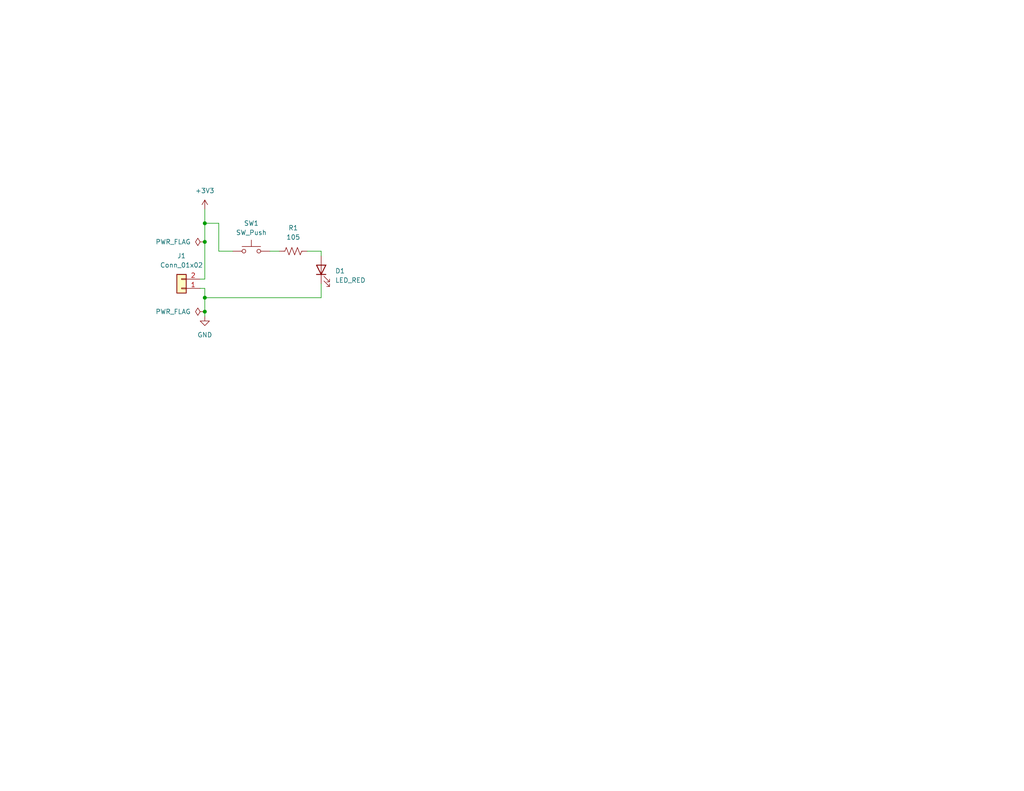
<source format=kicad_sch>
(kicad_sch (version 20231120) (generator "eeschema") (generator_version "8.0")
  (paper "USLetter")
  (title_block (title "LED Project") (date "2022-08-16") (rev "1.0") (company "Illini Solar Car") (comment 1 "Designed By: Sachith Chandran"))
  (lib_symbols
    (symbol "Connector_Generic:Conn_01x02" (pin_names (offset 1.016) hide)
      (property "Reference" "J" (at 0 2.54 0))
      (property "Value" "Conn_01x02" (at 0 -5.08 0))
      (symbol "Conn_01x02_1_1"
        (rectangle (start -1.27 -2.413) (end 0 -2.667) (stroke (width 0.1524)))
        (rectangle (start -1.27 0.127) (end 0 -0.127) (stroke (width 0.1524)))
        (rectangle (start -1.27 1.27) (end 1.27 -3.81) (stroke (width 0.254)) (fill (type background)))
        (pin passive line (at -5.08 0 0) (length 3.81) (name "Pin_1") (number "1"))
        (pin passive line (at -5.08 -2.54 0) (length 3.81) (name "Pin_2") (number "2"))
      )
    )
    (symbol "Device:R_US" (pin_numbers hide) (pin_names (offset 0))
      (property "Reference" "R" (at 2.54 0 90))
      (property "Value" "R_US" (at -2.54 0 90))
      (symbol "R_US_0_1"
        (polyline (pts (xy 0 -2.286) (xy 0 -2.54)))
        (polyline (pts (xy 0 2.286) (xy 0 2.54)))
        (polyline (pts (xy 0 -0.762) (xy 1.016 -1.143) (xy 0 -1.524) (xy -1.016 -1.905) (xy 0 -2.286)))
        (polyline (pts (xy 0 0.762) (xy 1.016 0.381) (xy 0 0) (xy -1.016 -0.381) (xy 0 -0.762)))
        (polyline (pts (xy 0 2.286) (xy 1.016 1.905) (xy 0 1.524) (xy -1.016 1.143) (xy 0 0.762)))
      )
      (symbol "R_US_1_1"
        (pin passive line (at 0 3.81 270) (length 1.27) (name "~") (number "1"))
        (pin passive line (at 0 -3.81 90) (length 1.27) (name "~") (number "2"))
      )
    )
    (symbol "Switch:SW_Push" (pin_numbers hide) (pin_names (offset 1.016) hide)
      (property "Reference" "SW" (at 1.27 2.54 0))
      (property "Value" "SW_Push" (at 0 -1.524 0))
      (symbol "SW_Push_0_1"
        (circle (center -2.032 0) (radius 0.508))
        (polyline (pts (xy 0 1.27) (xy 0 3.048)))
        (polyline (pts (xy 2.54 1.27) (xy -2.54 1.27)))
        (circle (center 2.032 0) (radius 0.508))
        (pin passive line (at -5.08 0 0) (length 2.54) (name "1") (number "1"))
        (pin passive line (at 5.08 0 180) (length 2.54) (name "2") (number "2"))
      )
    )
    (symbol "device:LED" (pin_numbers hide) (pin_names (offset 1.016) hide)
      (property "Reference" "D" (at 0 2.54 0))
      (property "Value" "LED" (at 0 -2.54 0))
      (symbol "LED_0_1"
        (polyline (pts (xy -1.27 -1.27) (xy -1.27 1.27)) (stroke (width 0.254)))
        (polyline (pts (xy -1.27 0) (xy 1.27 0)))
        (polyline (pts (xy 1.27 -1.27) (xy 1.27 1.27) (xy -1.27 0) (xy 1.27 -1.27)) (stroke (width 0.254)))
        (polyline (pts (xy -3.048 -0.762) (xy -4.572 -2.286) (xy -3.81 -2.286) (xy -4.572 -2.286) (xy -4.572 -1.524)))
        (polyline (pts (xy -1.778 -0.762) (xy -3.302 -2.286) (xy -2.54 -2.286) (xy -3.302 -2.286) (xy -3.302 -1.524)))
      )
      (symbol "LED_1_1"
        (pin passive line (at -3.81 0 0) (length 2.54) (name "K") (number "1"))
        (pin passive line (at 3.81 0 180) (length 2.54) (name "A") (number "2"))
      )
    )
    (symbol "power:+3V3" (power) (pin_names (offset 0))
      (property "Value" "+3V3" (at 0 3.556 0))
      (symbol "+3V3_0_1"
        (polyline (pts (xy -0.762 1.27) (xy 0 2.54)))
        (polyline (pts (xy 0 0) (xy 0 2.54)))
        (polyline (pts (xy 0 2.54) (xy 0.762 1.27)))
      )
      (symbol "+3V3_1_1"
        (pin power_in line (at 0 0 90) (length 0) hide (name "+3V3") (number "1"))
      )
    )
    (symbol "power:GND" (power) (pin_names (offset 0))
      (property "Value" "GND" (at 0 -3.81 0))
      (symbol "GND_0_1"
        (polyline (pts (xy 0 0) (xy 0 -1.27) (xy 1.27 -1.27) (xy 0 -2.54) (xy -1.27 -1.27) (xy 0 -1.27)))
      )
      (symbol "GND_1_1"
        (pin power_in line (at 0 0 270) (length 0) hide (name "GND") (number "1"))
      )
    )
    (symbol "power:PWR_FLAG" (power) (pin_numbers hide) (pin_names (offset 0) hide)
      (property "Value" "PWR_FLAG" (at 0 3.81 0))
      (symbol "PWR_FLAG_0_0"
        (pin power_out line (at 0 0 90) (length 0) (name "pwr") (number "1"))
      )
      (symbol "PWR_FLAG_0_1"
        (polyline (pts (xy 0 0) (xy 0 1.27) (xy -1.016 1.905) (xy 0 2.54) (xy 1.016 1.905) (xy 0 1.27)))
      )
    )
  )
  (junction (at 55.88 81.28))
  (junction (at 55.88 85.09))
  (junction (at 55.88 66.04))
  (junction (at 55.88 60.96))
  (wire (pts (xy 55.88 57.15) (xy 55.88 60.96)))
  (wire (pts (xy 83.82 68.58) (xy 87.63 68.58)))
  (wire (pts (xy 59.69 60.96) (xy 55.88 60.96)))
  (wire (pts (xy 87.63 77.47) (xy 87.63 81.28)))
  (wire (pts (xy 59.69 68.58) (xy 59.69 60.96)))
  (wire (pts (xy 55.88 66.04) (xy 55.88 76.2)))
  (wire (pts (xy 55.88 81.28) (xy 87.63 81.28)))
  (wire (pts (xy 55.88 60.96) (xy 55.88 66.04)))
  (wire (pts (xy 55.88 85.09) (xy 55.88 86.36)))
  (wire (pts (xy 73.66 68.58) (xy 76.2 68.58)))
  (wire (pts (xy 54.61 78.74) (xy 55.88 78.74)))
  (wire (pts (xy 63.5 68.58) (xy 59.69 68.58)))
  (wire (pts (xy 55.88 78.74) (xy 55.88 81.28)))
  (wire (pts (xy 54.61 76.2) (xy 55.88 76.2)))
  (wire (pts (xy 87.63 68.58) (xy 87.63 69.85)))
  (wire (pts (xy 55.88 81.28) (xy 55.88 85.09)))
  (symbol (lib_id "Device:R_US") (at 80.01 68.58 90) (unit 1)
    (property "Reference" "R1" (at 80.01 62.23 90))
    (property "Value" "105" (at 80.01 64.77 90))
    (property "Footprint" "Resistor_SMD:R_0603_1608Metric_Pad0.98x0.95mm_HandSolder" (effects (hide yes)))
    (property "Description" "Resistor, US symbol" (effects (hide yes)))
  )
  (symbol (lib_id "device:LED") (at 87.63 73.66 90) (unit 1)
    (property "Reference" "D1" (at 91.44 73.9774 90) (effects (justify right)))
    (property "Value" "LED_RED" (at 91.44 76.5174 90) (effects (justify right)))
    (property "Footprint" "layout:LED_0603_Symbol_on_F.SilkS" (effects (hide yes)))
    (property "Description" "Light emitting diode" (effects (hide yes)))
  )
  (symbol (lib_id "power:GND") (at 55.88 86.36 0) (unit 1)
    (property "Reference" "#PWR02" (effects (hide yes)))
    (property "Value" "GND" (at 55.88 91.44 0))
    (property "Description" "Power symbol creates a global label with name \"GND\" , ground" (effects (hide yes)))
  )
  (symbol (lib_id "power:PWR_FLAG") (at 55.88 85.09 90) (unit 1)
    (property "Reference" "#FLG02" (effects (hide yes)))
    (property "Value" "PWR_FLAG" (at 52.07 85.0899 90) (effects (justify left)))
    (property "Description" "Special symbol for telling ERC where power comes from" (effects (hide yes)))
  )
  (symbol (lib_id "Connector_Generic:Conn_01x02") (at 49.53 78.74 180) (unit 1)
    (property "Reference" "J1" (at 49.53 69.85 0))
    (property "Value" "Conn_01x02" (at 49.53 72.39 0))
    (property "Footprint" "Connector_Molex:Molex_KK-254_AE-6410-02A_1x02_P2.54mm_Vertical" (effects (hide yes)))
    (property "Datasheet" "https://www.molex.com/content/dam/molex/molex-dot-com/products/automated/en-us/salesdrawingpdf/637/6373/022232031_sd.pdf?inline" (effects (hide yes)))
    (property "Description" "Generic connector, single row, 01x02, script generated (kicad-library-utils/schlib/autogen/connector/)" (effects (hide yes)))
    (property "MPN" "	 0022232031" (effects (hide yes)))
  )
  (symbol (lib_id "power:PWR_FLAG") (at 55.88 66.04 90) (unit 1)
    (property "Reference" "#FLG01" (effects (hide yes)))
    (property "Value" "PWR_FLAG" (at 52.07 66.0399 90) (effects (justify left)))
    (property "Description" "Special symbol for telling ERC where power comes from" (effects (hide yes)))
  )
  (symbol (lib_id "Switch:SW_Push") (at 68.58 68.58 0) (unit 1)
    (property "Reference" "SW1" (at 68.58 60.96 0))
    (property "Value" "SW_Push" (at 68.58 63.5 0))
    (property "Footprint" "Button_Switch_SMD:SW_DIP_SPSTx01_Slide_6.7x4.1mm_W8.61mm_P2.54mm_LowProfile" (effects (hide yes)))
    (property "Datasheet" "https://www.sameskydevices.com/product/resource/ts02.pdf" (effects (hide yes)))
    (property "Description" "Push button switch, generic, two pins" (effects (hide yes)))
    (property "MPN" "	 TS02-66-70-BK-160-LCR-D" (effects (hide yes)))
  )
  (symbol (lib_id "power:+3V3") (at 55.88 57.15 0) (unit 1)
    (property "Reference" "#PWR01" (effects (hide yes)))
    (property "Value" "+3V3" (at 55.88 52.07 0))
    (property "Description" "Power symbol creates a global label with name \"+3V3\"" (effects (hide yes)))
  )
)
</source>
